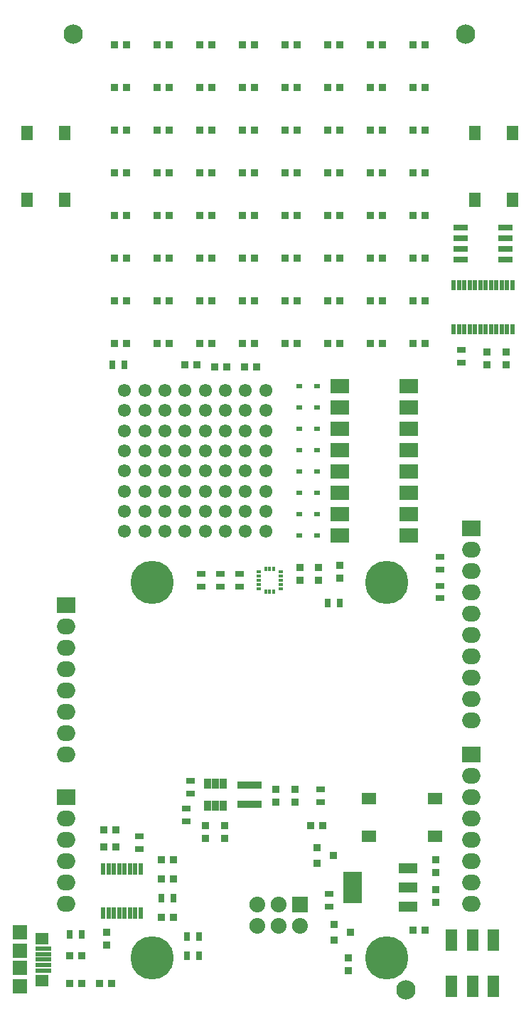
<source format=gts>
G04 #@! TF.FileFunction,Soldermask,Top*
%FSLAX46Y46*%
G04 Gerber Fmt 4.6, Leading zero omitted, Abs format (unit mm)*
G04 Created by KiCad (PCBNEW 4.0.1-stable) date 12/21/2015 8:19:01 AM*
%MOMM*%
G01*
G04 APERTURE LIST*
%ADD10C,0.100000*%
%ADD11R,0.952400X0.902400*%
%ADD12R,0.902400X0.952400*%
%ADD13R,0.652400X1.052400*%
%ADD14R,0.952500X0.952500*%
%ADD15R,1.052400X0.652400*%
%ADD16R,0.552400X1.352400*%
%ADD17R,2.184400X3.810000*%
%ADD18R,2.184400X1.168400*%
%ADD19R,0.843280X1.153160*%
%ADD20R,2.184400X1.879600*%
%ADD21O,2.184400X1.879600*%
%ADD22R,1.879600X1.879600*%
%ADD23O,1.879600X1.879600*%
%ADD24C,2.301240*%
%ADD25R,1.702400X0.752400*%
%ADD26C,1.551940*%
%ADD27C,5.152400*%
%ADD28R,0.949960X0.949960*%
%ADD29R,2.852400X0.952400*%
%ADD30R,1.852400X0.552400*%
%ADD31R,1.502400X1.402400*%
%ADD32R,1.652400X1.702400*%
%ADD33R,1.352400X2.652400*%
%ADD34R,2.312400X1.672400*%
%ADD35R,0.572400X1.272400*%
%ADD36R,0.500380X0.401320*%
%ADD37R,0.401320X0.500380*%
%ADD38R,0.742400X0.602400*%
%ADD39R,1.452400X1.702400*%
%ADD40R,1.702400X1.452400*%
G04 APERTURE END LIST*
D10*
D11*
X10426000Y-98298000D03*
X11926000Y-98298000D03*
D12*
X43180000Y-98310000D03*
X43180000Y-99810000D03*
X43180000Y-101866000D03*
X43180000Y-103366000D03*
D11*
X-496000Y-109728000D03*
X1004000Y-109728000D03*
D12*
X3937000Y-106946000D03*
X3937000Y-108446000D03*
D11*
X11926000Y-105156000D03*
X10426000Y-105156000D03*
D13*
X-496000Y-107188000D03*
X1004000Y-107188000D03*
D14*
X31003240Y-105984000D03*
X31003240Y-107884000D03*
X33002220Y-106934000D03*
D13*
X10426000Y-102870000D03*
X11926000Y-102870000D03*
D15*
X7874000Y-97016000D03*
X7874000Y-95516000D03*
D13*
X14974000Y-109728000D03*
X13474000Y-109728000D03*
X14974000Y-107442000D03*
X13474000Y-107442000D03*
D16*
X3522980Y-104626720D03*
X4157980Y-104626720D03*
X4792980Y-104626720D03*
X5427980Y-104626720D03*
X6062980Y-104626720D03*
X6697980Y-104626720D03*
X7332980Y-104626720D03*
X7967980Y-104626720D03*
X7967980Y-99426720D03*
X7332980Y-99426720D03*
X6697980Y-99426720D03*
X6062980Y-99426720D03*
X5427980Y-99426720D03*
X4792980Y-99426720D03*
X4157980Y-99426720D03*
X3522980Y-99426720D03*
D17*
X33274000Y-101600000D03*
D18*
X39878000Y-101600000D03*
X39878000Y-99314000D03*
X39878000Y-103886000D03*
D11*
X20332000Y-39624000D03*
X21832000Y-39624000D03*
D12*
X32766000Y-109994000D03*
X32766000Y-111494000D03*
X27000200Y-63512000D03*
X27000200Y-65012000D03*
X29210000Y-63512000D03*
X29210000Y-65012000D03*
D11*
X5068000Y-94742000D03*
X3568000Y-94742000D03*
X5068000Y-96774000D03*
X3568000Y-96774000D03*
D12*
X51562000Y-37858000D03*
X51562000Y-39358000D03*
X49276000Y-37858000D03*
X49276000Y-39358000D03*
D11*
X10426000Y-100584000D03*
X11926000Y-100584000D03*
D12*
X24130000Y-91428000D03*
X24130000Y-89928000D03*
X18034000Y-94246000D03*
X18034000Y-95746000D03*
X26416000Y-91428000D03*
X26416000Y-89928000D03*
X15748000Y-94246000D03*
X15748000Y-95746000D03*
D13*
X30238000Y-67691000D03*
X31738000Y-67691000D03*
D15*
X15240000Y-65774000D03*
X15240000Y-64274000D03*
X17526000Y-65774000D03*
X17526000Y-64274000D03*
X13970000Y-88912000D03*
X13970000Y-90412000D03*
X19812000Y-65774000D03*
X19812000Y-64274000D03*
X13462000Y-93714000D03*
X13462000Y-92214000D03*
D19*
X17840960Y-89250520D03*
X16891000Y-89250520D03*
X15941040Y-89250520D03*
X15941040Y-91851480D03*
X16891000Y-91851480D03*
X17840960Y-91851480D03*
D11*
X41898000Y-106680000D03*
X40398000Y-106680000D03*
X28206000Y-94234000D03*
X29706000Y-94234000D03*
X18276000Y-39624000D03*
X16776000Y-39624000D03*
X14720000Y-39370000D03*
X13220000Y-39370000D03*
D14*
X28971240Y-96840000D03*
X28971240Y-98740000D03*
X30970220Y-97790000D03*
D15*
X30480000Y-102374000D03*
X30480000Y-103874000D03*
X29464000Y-89928000D03*
X29464000Y-91428000D03*
X43688000Y-63742000D03*
X43688000Y-62242000D03*
X43688000Y-67171000D03*
X43688000Y-65671000D03*
X46228000Y-39104000D03*
X46228000Y-37604000D03*
D20*
X-889000Y-67945000D03*
D21*
X-889000Y-70485000D03*
X-889000Y-73025000D03*
X-889000Y-75565000D03*
X-889000Y-78105000D03*
X-889000Y-80645000D03*
X-889000Y-83185000D03*
X-889000Y-85725000D03*
D20*
X47371000Y-85725000D03*
D21*
X47371000Y-88265000D03*
X47371000Y-90805000D03*
X47371000Y-93345000D03*
X47371000Y-95885000D03*
X47371000Y-98425000D03*
X47371000Y-100965000D03*
X47371000Y-103505000D03*
D20*
X47371000Y-58801000D03*
D21*
X47371000Y-61341000D03*
X47371000Y-63881000D03*
X47371000Y-66421000D03*
X47371000Y-68961000D03*
X47371000Y-71501000D03*
X47371000Y-74041000D03*
X47371000Y-76581000D03*
X47371000Y-79121000D03*
X47371000Y-81661000D03*
D20*
X-889000Y-90805000D03*
D21*
X-889000Y-93345000D03*
X-889000Y-95885000D03*
X-889000Y-98425000D03*
X-889000Y-100965000D03*
X-889000Y-103505000D03*
D22*
X27000200Y-103632000D03*
D23*
X27000200Y-106172000D03*
X24460200Y-103632000D03*
X24460200Y-106172000D03*
X21920200Y-103632000D03*
X21920200Y-106172000D03*
D13*
X6084000Y-39370000D03*
X4584000Y-39370000D03*
D24*
X39624000Y-113792000D03*
X0Y0D03*
X46736000Y0D03*
D25*
X51468000Y-26797000D03*
X51468000Y-25527000D03*
X51468000Y-24257000D03*
X51468000Y-22987000D03*
X46068000Y-22987000D03*
X46068000Y-24257000D03*
X46068000Y-25527000D03*
X46068000Y-26797000D03*
D26*
X22877780Y-42400220D03*
X20477480Y-42400220D03*
X18077180Y-42400220D03*
X15676880Y-42400220D03*
X13276580Y-42400220D03*
X10878820Y-42400220D03*
X8478520Y-42400220D03*
X6078220Y-42400220D03*
X22877780Y-44800520D03*
X20477480Y-44800520D03*
X18077180Y-44800520D03*
X15676880Y-44800520D03*
X13276580Y-44800520D03*
X10878820Y-44800520D03*
X8478520Y-44800520D03*
X6078220Y-44800520D03*
X22877780Y-47200820D03*
X20477480Y-47200820D03*
X18077180Y-47200820D03*
X15676880Y-47200820D03*
X13276580Y-47200820D03*
X10878820Y-47200820D03*
X8478520Y-47200820D03*
X6078220Y-47200820D03*
X22877780Y-49601120D03*
X20477480Y-49601120D03*
X18077180Y-49601120D03*
X15676880Y-49601120D03*
X13276580Y-49601120D03*
X10878820Y-49601120D03*
X8478520Y-49601120D03*
X6078220Y-49601120D03*
X22877780Y-52001420D03*
X20477480Y-52001420D03*
X18077180Y-52001420D03*
X15676880Y-52001420D03*
X13276580Y-52001420D03*
X10878820Y-52001420D03*
X8478520Y-52001420D03*
X6078220Y-52001420D03*
X22877780Y-54399180D03*
X20477480Y-54399180D03*
X18077180Y-54399180D03*
X15676880Y-54399180D03*
X13276580Y-54399180D03*
X10878820Y-54399180D03*
X8478520Y-54399180D03*
X6078220Y-54399180D03*
X22877780Y-56799480D03*
X20477480Y-56799480D03*
X18077180Y-56799480D03*
X15676880Y-56799480D03*
X13276580Y-56799480D03*
X10878820Y-56799480D03*
X8478520Y-56799480D03*
X6078220Y-56799480D03*
X22877780Y-59199780D03*
X20477480Y-59199780D03*
X18077180Y-59199780D03*
X15676880Y-59199780D03*
X13276580Y-59199780D03*
X10878820Y-59199780D03*
X8478520Y-59199780D03*
X6078220Y-59199780D03*
D27*
X37338000Y-65280000D03*
X37338000Y-109980000D03*
X9398000Y-109980000D03*
X9398000Y-65280000D03*
D28*
X31750000Y-63258700D03*
X31750000Y-64757300D03*
X4838700Y-1270000D03*
X6337300Y-1270000D03*
X4838700Y-6350000D03*
X6337300Y-6350000D03*
X4838700Y-11430000D03*
X6337300Y-11430000D03*
X4838700Y-16510000D03*
X6337300Y-16510000D03*
X4838700Y-21590000D03*
X6337300Y-21590000D03*
X4838700Y-26670000D03*
X6337300Y-26670000D03*
X4838700Y-31750000D03*
X6337300Y-31750000D03*
X4838700Y-36830000D03*
X6337300Y-36830000D03*
X9918700Y-1270000D03*
X11417300Y-1270000D03*
X9918700Y-6350000D03*
X11417300Y-6350000D03*
X9918700Y-11430000D03*
X11417300Y-11430000D03*
X9918700Y-16510000D03*
X11417300Y-16510000D03*
X9918700Y-21590000D03*
X11417300Y-21590000D03*
X9918700Y-26670000D03*
X11417300Y-26670000D03*
X9918700Y-31750000D03*
X11417300Y-31750000D03*
X9918700Y-36830000D03*
X11417300Y-36830000D03*
X14998700Y-1270000D03*
X16497300Y-1270000D03*
X14998700Y-6350000D03*
X16497300Y-6350000D03*
X14998700Y-11430000D03*
X16497300Y-11430000D03*
X14998700Y-16510000D03*
X16497300Y-16510000D03*
X14998700Y-21590000D03*
X16497300Y-21590000D03*
X14998700Y-26670000D03*
X16497300Y-26670000D03*
X14998700Y-31750000D03*
X16497300Y-31750000D03*
X14998700Y-36830000D03*
X16497300Y-36830000D03*
X20078700Y-1270000D03*
X21577300Y-1270000D03*
X20078700Y-6350000D03*
X21577300Y-6350000D03*
X20078700Y-11430000D03*
X21577300Y-11430000D03*
X20078700Y-16510000D03*
X21577300Y-16510000D03*
X20078700Y-21590000D03*
X21577300Y-21590000D03*
X20078700Y-26670000D03*
X21577300Y-26670000D03*
X20078700Y-31750000D03*
X21577300Y-31750000D03*
X20078700Y-36830000D03*
X21577300Y-36830000D03*
X25158700Y-1270000D03*
X26657300Y-1270000D03*
X25158700Y-6350000D03*
X26657300Y-6350000D03*
X25158700Y-11430000D03*
X26657300Y-11430000D03*
X25158700Y-16510000D03*
X26657300Y-16510000D03*
X25158700Y-21590000D03*
X26657300Y-21590000D03*
X25158700Y-26670000D03*
X26657300Y-26670000D03*
X25158700Y-31750000D03*
X26657300Y-31750000D03*
X25158700Y-36830000D03*
X26657300Y-36830000D03*
X30238700Y-1270000D03*
X31737300Y-1270000D03*
X30238700Y-6350000D03*
X31737300Y-6350000D03*
X30238700Y-11430000D03*
X31737300Y-11430000D03*
X30238700Y-16510000D03*
X31737300Y-16510000D03*
X30238700Y-21590000D03*
X31737300Y-21590000D03*
X30238700Y-26670000D03*
X31737300Y-26670000D03*
X30238700Y-31750000D03*
X31737300Y-31750000D03*
X30238700Y-36830000D03*
X31737300Y-36830000D03*
X35318700Y-1270000D03*
X36817300Y-1270000D03*
X35318700Y-6350000D03*
X36817300Y-6350000D03*
X35318700Y-11430000D03*
X36817300Y-11430000D03*
X35318700Y-16510000D03*
X36817300Y-16510000D03*
X35318700Y-21590000D03*
X36817300Y-21590000D03*
X35318700Y-26670000D03*
X36817300Y-26670000D03*
X35318700Y-31750000D03*
X36817300Y-31750000D03*
X35318700Y-36830000D03*
X36817300Y-36830000D03*
X40398700Y-1270000D03*
X41897300Y-1270000D03*
X40398700Y-6350000D03*
X41897300Y-6350000D03*
X40398700Y-11430000D03*
X41897300Y-11430000D03*
X40398700Y-16510000D03*
X41897300Y-16510000D03*
X40398700Y-21590000D03*
X41897300Y-21590000D03*
X40398700Y-26670000D03*
X41897300Y-26670000D03*
X-495300Y-113030000D03*
X1003300Y-113030000D03*
X3060700Y-113030000D03*
X4559300Y-113030000D03*
X40398700Y-31750000D03*
X41897300Y-31750000D03*
X40398700Y-36830000D03*
X41897300Y-36830000D03*
D29*
X20955000Y-89401000D03*
X20955000Y-91701000D03*
D30*
X-3576200Y-111459800D03*
X-3576200Y-110809800D03*
X-3576200Y-109509800D03*
X-3576200Y-110159800D03*
X-3576200Y-108859800D03*
D31*
X-3726200Y-107659800D03*
D32*
X-6426200Y-113359800D03*
X-6426200Y-106959800D03*
D31*
X-3726200Y-112659800D03*
D32*
X-6426200Y-109134800D03*
X-6426200Y-111184800D03*
D33*
X50023400Y-113341600D03*
X50023400Y-107841600D03*
X47523400Y-113341600D03*
X47523400Y-107841600D03*
X45023400Y-113341600D03*
X45023400Y-107841600D03*
D34*
X39957200Y-41910000D03*
X31670800Y-41910000D03*
X39957200Y-44450000D03*
X31670800Y-44450000D03*
X39957200Y-46990000D03*
X31670800Y-46990000D03*
X39957200Y-49530000D03*
X31670800Y-49530000D03*
X39957200Y-52070000D03*
X31670800Y-52070000D03*
X39957200Y-54610000D03*
X31670800Y-54610000D03*
X39957200Y-57150000D03*
X31670800Y-57150000D03*
X39957200Y-59690000D03*
X31670800Y-59690000D03*
D35*
X52260500Y-35162000D03*
X52260500Y-29862000D03*
X51625500Y-35162000D03*
X51625500Y-29862000D03*
X50990500Y-35162000D03*
X50990500Y-29862000D03*
X50355500Y-35162000D03*
X50355500Y-29862000D03*
X49720500Y-35162000D03*
X49720500Y-29862000D03*
X49085500Y-35162000D03*
X49085500Y-29862000D03*
X48450500Y-35162000D03*
X48450500Y-29862000D03*
X47815500Y-35162000D03*
X47815500Y-29862000D03*
X47180500Y-35162000D03*
X47180500Y-29862000D03*
X46545500Y-35162000D03*
X46545500Y-29862000D03*
X45910500Y-35162000D03*
X45910500Y-29862000D03*
X45275500Y-35162000D03*
X45275500Y-29862000D03*
D36*
X22042120Y-64025780D03*
X22042120Y-64526160D03*
X22042120Y-65024000D03*
X22042120Y-65521840D03*
X22042120Y-66022220D03*
D37*
X22870160Y-66349880D03*
X23368000Y-66349880D03*
X23865840Y-66349880D03*
D36*
X24693880Y-66022220D03*
X24693880Y-65521840D03*
X24693880Y-65024000D03*
X24693880Y-64526160D03*
X24693880Y-64025780D03*
D37*
X23865840Y-63698120D03*
X23368000Y-63698120D03*
X22870160Y-63698120D03*
D38*
X28995000Y-59690000D03*
X26885000Y-59690000D03*
X28995000Y-57150000D03*
X26885000Y-57150000D03*
X28995000Y-54610000D03*
X26885000Y-54610000D03*
X28995000Y-52070000D03*
X26885000Y-52070000D03*
X28995000Y-49530000D03*
X26885000Y-49530000D03*
X28995000Y-46990000D03*
X26885000Y-46990000D03*
X28995000Y-44450000D03*
X26885000Y-44450000D03*
X28995000Y-41910000D03*
X26885000Y-41910000D03*
D39*
X52288000Y-19723000D03*
X47788000Y-19723000D03*
X47788000Y-11773000D03*
X52288000Y-11773000D03*
X-1052000Y-19723000D03*
X-5552000Y-19723000D03*
X-5552000Y-11773000D03*
X-1052000Y-11773000D03*
D40*
X35141000Y-95468000D03*
X35141000Y-90968000D03*
X43091000Y-90968000D03*
X43091000Y-95468000D03*
M02*

</source>
